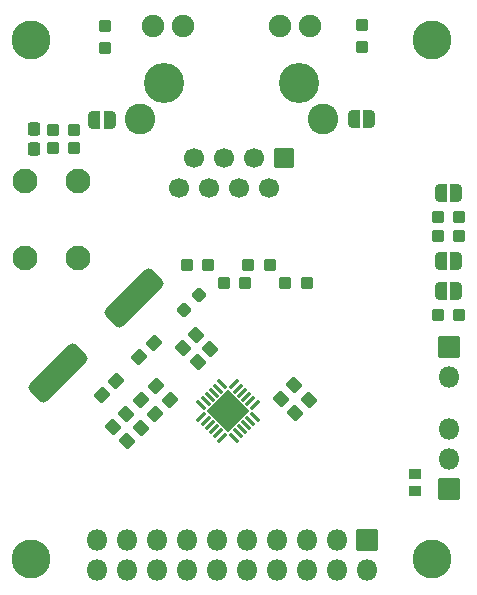
<source format=gbr>
%TF.GenerationSoftware,KiCad,Pcbnew,8.0.8+1*%
%TF.CreationDate,Date%
%TF.ProjectId,LAN8742A-breakout,4c414e38-3734-4324-912d-627265616b6f,+ (Unreleased)*%
%TF.SameCoordinates,Original*%
%TF.FileFunction,Soldermask,Top*%
%TF.FilePolarity,Negative*%
%FSLAX46Y46*%
G04 Gerber Fmt 4.6, Leading zero omitted, Abs format (unit mm)*
G04 Created by KiCad*
%MOMM*%
%LPD*%
G01*
G04 APERTURE LIST*
G04 Aperture macros list*
%AMRoundRect*
0 Rectangle with rounded corners*
0 $1 Rounding radius*
0 $2 $3 $4 $5 $6 $7 $8 $9 X,Y pos of 4 corners*
0 Add a 4 corners polygon primitive as box body*
4,1,4,$2,$3,$4,$5,$6,$7,$8,$9,$2,$3,0*
0 Add four circle primitives for the rounded corners*
1,1,$1+$1,$2,$3*
1,1,$1+$1,$4,$5*
1,1,$1+$1,$6,$7*
1,1,$1+$1,$8,$9*
0 Add four rect primitives between the rounded corners*
20,1,$1+$1,$2,$3,$4,$5,0*
20,1,$1+$1,$4,$5,$6,$7,0*
20,1,$1+$1,$6,$7,$8,$9,0*
20,1,$1+$1,$8,$9,$2,$3,0*%
%AMFreePoly0*
4,1,35,0.535355,0.785355,0.550000,0.750000,0.550000,-0.750000,0.535355,-0.785355,0.500000,-0.800000,0.000000,-0.800000,-0.012286,-0.794911,-0.071157,-0.794911,-0.085244,-0.792886,-0.221795,-0.752791,-0.234740,-0.746879,-0.354462,-0.669938,-0.365217,-0.660618,-0.458414,-0.553063,-0.466109,-0.541091,-0.525228,-0.411637,-0.529237,-0.397982,-0.549491,-0.257116,-0.550000,-0.250000,-0.550000,0.250000,
-0.549491,0.257116,-0.529237,0.397982,-0.525228,0.411637,-0.466109,0.541091,-0.458414,0.553063,-0.365217,0.660618,-0.354462,0.669938,-0.234740,0.746879,-0.221795,0.752791,-0.085244,0.792886,-0.071157,0.794911,-0.012286,0.794911,0.000000,0.800000,0.500000,0.800000,0.535355,0.785355,0.535355,0.785355,$1*%
%AMFreePoly1*
4,1,35,0.012286,0.794911,0.071157,0.794911,0.085244,0.792886,0.221795,0.752791,0.234740,0.746879,0.354462,0.669938,0.365217,0.660618,0.458414,0.553063,0.466109,0.541091,0.525228,0.411637,0.529237,0.397982,0.549491,0.257116,0.550000,0.250000,0.550000,-0.250000,0.549491,-0.257116,0.529237,-0.397982,0.525228,-0.411637,0.466109,-0.541091,0.458414,-0.553063,0.365217,-0.660618,
0.354462,-0.669938,0.234740,-0.746879,0.221795,-0.752791,0.085244,-0.792886,0.071157,-0.794911,0.012286,-0.794911,0.000000,-0.800000,-0.500000,-0.800000,-0.535355,-0.785355,-0.550000,-0.750000,-0.550000,0.750000,-0.535355,0.785355,-0.500000,0.800000,0.000000,0.800000,0.012286,0.794911,0.012286,0.794911,$1*%
G04 Aperture macros list end*
%ADD10RoundRect,0.262500X-0.008839X-0.380070X0.380070X0.008839X0.008839X0.380070X-0.380070X-0.008839X0*%
%ADD11RoundRect,0.262500X0.415425X-0.044194X-0.044194X0.415425X-0.415425X0.044194X0.044194X-0.415425X0*%
%ADD12FreePoly0,180.000000*%
%ADD13FreePoly1,180.000000*%
%ADD14C,3.300000*%
%ADD15FreePoly0,0.000000*%
%ADD16FreePoly1,0.000000*%
%ADD17RoundRect,0.050000X-0.850000X-0.850000X0.850000X-0.850000X0.850000X0.850000X-0.850000X0.850000X0*%
%ADD18O,1.800000X1.800000*%
%ADD19RoundRect,0.262500X-0.044194X-0.415425X0.415425X0.044194X0.044194X0.415425X-0.415425X-0.044194X0*%
%ADD20RoundRect,0.262500X-0.262500X0.275000X-0.262500X-0.275000X0.262500X-0.275000X0.262500X0.275000X0*%
%ADD21RoundRect,0.262500X0.044194X0.415425X-0.415425X-0.044194X-0.044194X-0.415425X0.415425X0.044194X0*%
%ADD22RoundRect,0.262500X0.275000X0.262500X-0.275000X0.262500X-0.275000X-0.262500X0.275000X-0.262500X0*%
%ADD23RoundRect,0.262500X-0.415425X0.044194X0.044194X-0.415425X0.415425X-0.044194X-0.044194X0.415425X0*%
%ADD24RoundRect,0.525000X-1.237437X-1.979899X1.979899X1.237437X1.237437X1.979899X-1.979899X-1.237437X0*%
%ADD25RoundRect,0.087500X-0.344715X0.220971X0.220971X-0.344715X0.344715X-0.220971X-0.220971X0.344715X0*%
%ADD26RoundRect,0.087500X-0.344715X-0.220971X-0.220971X-0.344715X0.344715X0.220971X0.220971X0.344715X0*%
%ADD27RoundRect,0.050000X-1.767767X0.000000X0.000000X-1.767767X1.767767X0.000000X0.000000X1.767767X0*%
%ADD28C,2.100000*%
%ADD29RoundRect,0.050000X-0.850000X0.850000X-0.850000X-0.850000X0.850000X-0.850000X0.850000X0.850000X0*%
%ADD30RoundRect,0.262500X-0.275000X-0.262500X0.275000X-0.262500X0.275000X0.262500X-0.275000X0.262500X0*%
%ADD31RoundRect,0.050000X0.850000X0.850000X-0.850000X0.850000X-0.850000X-0.850000X0.850000X-0.850000X0*%
%ADD32RoundRect,0.262500X0.262500X-0.325000X0.262500X0.325000X-0.262500X0.325000X-0.262500X-0.325000X0*%
%ADD33RoundRect,0.050000X-0.430000X0.400000X-0.430000X-0.400000X0.430000X-0.400000X0.430000X0.400000X0*%
%ADD34C,3.400000*%
%ADD35RoundRect,0.050000X0.800000X0.800000X-0.800000X0.800000X-0.800000X-0.800000X0.800000X-0.800000X0*%
%ADD36C,1.700000*%
%ADD37C,1.900000*%
%ADD38C,2.600000*%
G04 APERTURE END LIST*
D10*
%TO.C,R1*%
X143250181Y-71925726D03*
X144540651Y-70635256D03*
%TD*%
D11*
%TO.C,C5*%
X139587861Y-81877880D03*
X138368101Y-80658120D03*
%TD*%
D12*
%TO.C,JP3*%
X166312981Y-67700639D03*
D13*
X165012981Y-67700639D03*
%TD*%
D14*
%TO.C,H2*%
X164293981Y-49000000D03*
%TD*%
D15*
%TO.C,JP4*%
X135682366Y-55805807D03*
D16*
X136982366Y-55805807D03*
%TD*%
D17*
%TO.C,J4*%
X165690981Y-75000000D03*
D18*
X165690981Y-77540000D03*
%TD*%
D19*
%TO.C,C11*%
X139485701Y-75883480D03*
X140705461Y-74663720D03*
%TD*%
D20*
%TO.C,R7*%
X158332781Y-47792700D03*
X158332781Y-49617700D03*
%TD*%
D21*
%TO.C,C10*%
X137505061Y-77864120D03*
X136285301Y-79083880D03*
%TD*%
D22*
%TO.C,R9*%
X148434004Y-69603280D03*
X146609004Y-69603280D03*
%TD*%
D21*
%TO.C,C7*%
X140881555Y-78305188D03*
X139661795Y-79524948D03*
%TD*%
D14*
%TO.C,H4*%
X130293981Y-93000000D03*
%TD*%
D22*
%TO.C,R4*%
X166575481Y-65647000D03*
X164750481Y-65647000D03*
%TD*%
D23*
%TO.C,C4*%
X152593653Y-78253476D03*
X153813413Y-79473236D03*
%TD*%
D11*
%TO.C,C6*%
X138445441Y-83003049D03*
X137225681Y-81783289D03*
%TD*%
D24*
%TO.C,Y1*%
X132621000Y-77210981D03*
X138984962Y-70847019D03*
%TD*%
D21*
%TO.C,C8*%
X142052964Y-79485966D03*
X140833204Y-80705726D03*
%TD*%
D12*
%TO.C,JP5*%
X158927259Y-55728129D03*
D13*
X157627259Y-55728129D03*
%TD*%
D25*
%TO.C,U1*%
X146496948Y-78181943D03*
X146143395Y-78535497D03*
X145789841Y-78889050D03*
X145436288Y-79242603D03*
X145082735Y-79596157D03*
X144729181Y-79949710D03*
D26*
X144729181Y-80921982D03*
X145082735Y-81275535D03*
X145436288Y-81629089D03*
X145789841Y-81982642D03*
X146143395Y-82336195D03*
X146496948Y-82689749D03*
D25*
X147469220Y-82689749D03*
X147822773Y-82336195D03*
X148176327Y-81982642D03*
X148529880Y-81629089D03*
X148883433Y-81275535D03*
X149236987Y-80921982D03*
D26*
X149236987Y-79949710D03*
X148883433Y-79596157D03*
X148529880Y-79242603D03*
X148176327Y-78889050D03*
X147822773Y-78535497D03*
X147469220Y-78181943D03*
D27*
X146983084Y-80435846D03*
%TD*%
D28*
%TO.C,SW1*%
X129793981Y-67500000D03*
X129793981Y-61000000D03*
X134293981Y-67500000D03*
X134293981Y-61000000D03*
%TD*%
D23*
%TO.C,C3*%
X151449101Y-79388120D03*
X152668861Y-80607880D03*
%TD*%
D29*
%TO.C,J2*%
X158739181Y-91378000D03*
D18*
X158739181Y-93918000D03*
X156199181Y-91378000D03*
X156199181Y-93918000D03*
X153659181Y-91378000D03*
X153659181Y-93918000D03*
X151119181Y-91378000D03*
X151119181Y-93918000D03*
X148579181Y-91378000D03*
X148579181Y-93918000D03*
X146039181Y-91378000D03*
X146039181Y-93918000D03*
X143499181Y-91378000D03*
X143499181Y-93918000D03*
X140959181Y-91378000D03*
X140959181Y-93918000D03*
X138419181Y-91378000D03*
X138419181Y-93918000D03*
X135879181Y-91378000D03*
X135879181Y-93918000D03*
%TD*%
D30*
%TO.C,R3*%
X164750481Y-63996000D03*
X166575481Y-63996000D03*
%TD*%
D22*
%TO.C,R6*%
X133972481Y-58154000D03*
X132147481Y-58154000D03*
%TD*%
%TO.C,R11*%
X153634779Y-69602366D03*
X151809779Y-69602366D03*
%TD*%
D31*
%TO.C,J3*%
X165690981Y-87080000D03*
D18*
X165690981Y-84540000D03*
X165690981Y-82000000D03*
%TD*%
D22*
%TO.C,R2*%
X166575481Y-72275859D03*
X164750481Y-72275859D03*
%TD*%
D12*
%TO.C,JP2*%
X166312981Y-70240639D03*
D13*
X165012981Y-70240639D03*
%TD*%
D20*
%TO.C,R8*%
X136539581Y-47843500D03*
X136539581Y-49668500D03*
%TD*%
D14*
%TO.C,H1*%
X130293981Y-49000000D03*
%TD*%
D32*
%TO.C,C9*%
X130519981Y-58254500D03*
X130519981Y-56529500D03*
%TD*%
D30*
%TO.C,R10*%
X143490409Y-68038229D03*
X145315409Y-68038229D03*
%TD*%
%TO.C,R5*%
X132147481Y-56630000D03*
X133972481Y-56630000D03*
%TD*%
%TO.C,R12*%
X148702692Y-68066084D03*
X150527692Y-68066084D03*
%TD*%
D14*
%TO.C,H3*%
X164293981Y-93000000D03*
%TD*%
D15*
%TO.C,JP1*%
X165012981Y-61964000D03*
D16*
X166312981Y-61964000D03*
%TD*%
D33*
%TO.C,FB1*%
X162853981Y-87175000D03*
X162853981Y-85775000D03*
%TD*%
D34*
%TO.C,J1*%
X153013981Y-52703600D03*
X141583981Y-52703600D03*
D35*
X151743981Y-59053600D03*
D36*
X150473981Y-61593600D03*
X149203981Y-59053600D03*
X147933981Y-61593600D03*
X146663981Y-59053600D03*
X145393981Y-61593600D03*
X144123981Y-59053600D03*
X142853981Y-61593600D03*
D37*
X153923981Y-47813600D03*
X151383981Y-47813600D03*
X143203981Y-47813600D03*
X140663981Y-47813600D03*
D38*
X155033981Y-55753600D03*
X139553981Y-55753600D03*
%TD*%
D11*
%TO.C,C1*%
X144413861Y-76289880D03*
X143194101Y-75070120D03*
%TD*%
%TO.C,C2*%
X145498879Y-75199853D03*
X144279119Y-73980093D03*
%TD*%
M02*

</source>
